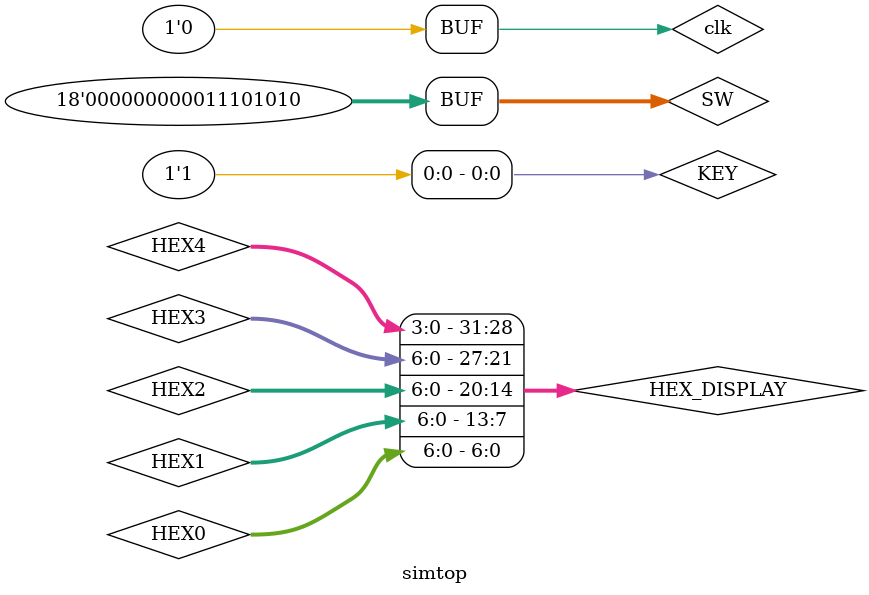
<source format=sv>
/* Copyright 2020 Jason Bakos, Philip Conrad, Charles Daniels */

/* Top-level module for CSCE611 RISC-V CPU, for running under simulation.  In
 * this case, the I/Os and clock are driven by the simulator. */

module simtop;

	logic clk;
	logic [2:0] KEY;
 	logic [6:0] HEX0,HEX1,HEX2,HEX3,HEX4,HEX5,HEX6,HEX7;
	logic [17:0] SW;
	logic [31:0] HEX_DISPLAY;


	assign HEX_DISPLAY = { HEX7,HEX6,HEX5,HEX4,HEX3,HEX2,HEX1,HEX0 };

	top dut
	(
		//////////// CLOCK //////////
		.CLOCK_50(clk),
		.CLOCK2_50(),
	        .CLOCK3_50(),

		//////////// LED //////////
		.LEDG(),
		.LEDR(),

		//////////// KEY //////////
		.KEY(KEY),

		//////////// SW //////////
		.SW(SW),

		//////////// SEG7 //////////
		.HEX0(HEX0),
		.HEX1(HEX1),
		.HEX2(HEX2),
		.HEX3(HEX3),
		.HEX4(HEX4),
		.HEX5(HEX5),
		.HEX6(HEX6),
		.HEX7(HEX7)
	);


    	always begin
      		clk = 1'b1; #5;
        	clk = 1'b0; #5;
    	end

    	initial begin
        	SW = 18'b00_0000_0000_1110_1010;
        	KEY[0] = 1'b0; #20;
        	KEY[0] = 1'b1;
    	end

    	always @(posedge clk) begin
        	$display("HEX DISPLAY output --->  %h", HEX_DISPLAY);
    	end

endmodule


</source>
